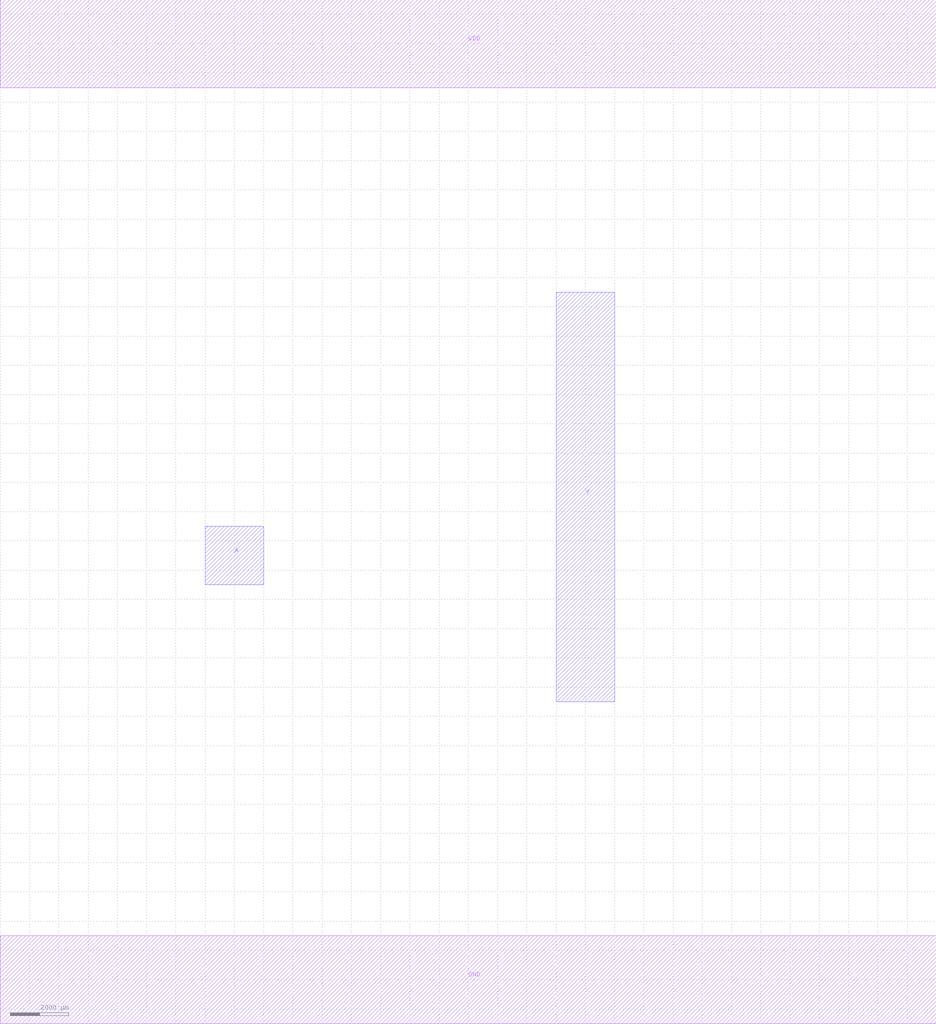
<source format=lef>
MACRO BUFX4
 CLASS CORE ;
 ORIGIN 0 0 ;
 FOREIGN BUFX4 0 0 ;
 SITE CORE ;
 SYMMETRY X Y R90 ;
  PIN VDD
   DIRECTION INOUT ;
   USE SIGNAL ;
   SHAPE ABUTMENT ;
    PORT
     CLASS CORE ;
       LAYER metal1 ;
        RECT 0.00000000 30500.00000000 32000.00000000 33500.00000000 ;
    END
  END VDD

  PIN GND
   DIRECTION INOUT ;
   USE SIGNAL ;
   SHAPE ABUTMENT ;
    PORT
     CLASS CORE ;
       LAYER metal1 ;
        RECT 0.00000000 -1500.00000000 32000.00000000 1500.00000000 ;
    END
  END GND

  PIN A
   DIRECTION INOUT ;
   USE SIGNAL ;
   SHAPE ABUTMENT ;
    PORT
     CLASS CORE ;
       LAYER metal2 ;
        RECT 7000.00000000 13500.00000000 9000.00000000 15500.00000000 ;
    END
  END A

  PIN Y
   DIRECTION INOUT ;
   USE SIGNAL ;
   SHAPE ABUTMENT ;
    PORT
     CLASS CORE ;
       LAYER metal2 ;
        RECT 19000.00000000 9500.00000000 21000.00000000 23500.00000000 ;
    END
  END Y


END BUFX4

</source>
